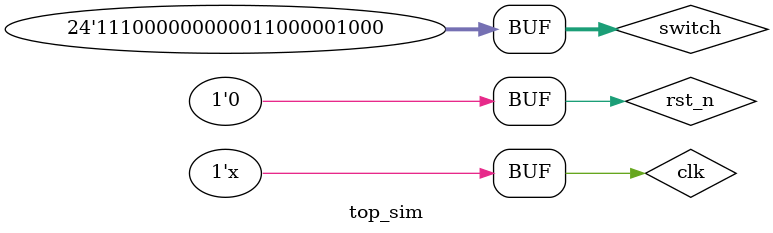
<source format=v>
module top_sim (
    
);


reg  rst_n;
reg  clk;
reg[23:0] switch;
initial begin
    rst_n=1;
    clk=1;
    switch=24'b111_00000_00000110_00001000;
    # 10000000 rst_n=0;


end



always #2500 clk=!clk;

wire[7:0] led_ens;
wire[7:0] led_dat;

top u_top(
    .clk_i     (clk     ),
    .rst_i     (rst_n     ),
    .led0_en_o (led_ens[0] ),
    .led1_en_o (led_ens[1] ),
    .led2_en_o (led_ens[2] ),
    .led3_en_o (led_ens[3] ),
    .led4_en_o (led_ens[4]),
    .led5_en_o (led_ens[5] ),
    .led6_en_o (led_ens[6] ),
    .led7_en_o (led_ens[7] ),
    .led_ca_o  (led_dat[0]   ),
    .led_cb_o  (led_dat[1]   ),
    .led_cc_o  (led_dat[2]   ),
    .led_cd_o  (led_dat[3]   ),
    .led_ce_o  (led_dat[4]   ),
    .led_cf_o  (led_dat[5]   ),
    .led_cg_o  (led_dat[6]   ),
    .led_dp_o  (led_dat[7]   ),
    .switch_i(switch)
);


endmodule //top_sim
</source>
